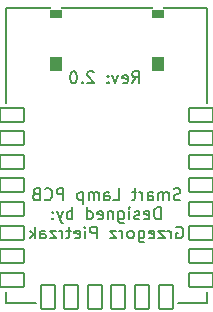
<source format=gbo>
G04 #@! TF.GenerationSoftware,KiCad,Pcbnew,7.0.1-0*
G04 #@! TF.CreationDate,2024-01-29T00:44:29+01:00*
G04 #@! TF.ProjectId,Smart_Lamps,536d6172-745f-44c6-916d-70732e6b6963,rev?*
G04 #@! TF.SameCoordinates,Original*
G04 #@! TF.FileFunction,Legend,Bot*
G04 #@! TF.FilePolarity,Positive*
%FSLAX46Y46*%
G04 Gerber Fmt 4.6, Leading zero omitted, Abs format (unit mm)*
G04 Created by KiCad (PCBNEW 7.0.1-0) date 2024-01-29 00:44:29*
%MOMM*%
%LPD*%
G01*
G04 APERTURE LIST*
G04 Aperture macros list*
%AMRoundRect*
0 Rectangle with rounded corners*
0 $1 Rounding radius*
0 $2 $3 $4 $5 $6 $7 $8 $9 X,Y pos of 4 corners*
0 Add a 4 corners polygon primitive as box body*
4,1,4,$2,$3,$4,$5,$6,$7,$8,$9,$2,$3,0*
0 Add four circle primitives for the rounded corners*
1,1,$1+$1,$2,$3*
1,1,$1+$1,$4,$5*
1,1,$1+$1,$6,$7*
1,1,$1+$1,$8,$9*
0 Add four rect primitives between the rounded corners*
20,1,$1+$1,$2,$3,$4,$5,0*
20,1,$1+$1,$4,$5,$6,$7,0*
20,1,$1+$1,$6,$7,$8,$9,0*
20,1,$1+$1,$8,$9,$2,$3,0*%
G04 Aperture macros list end*
%ADD10C,0.150000*%
%ADD11C,0.200000*%
%ADD12C,3.600000*%
%ADD13C,0.670000*%
%ADD14RoundRect,0.500000X0.000000X0.600000X0.000000X0.600000X0.000000X-0.600000X0.000000X-0.600000X0*%
%ADD15RoundRect,0.500000X0.000000X0.300000X0.000000X0.300000X0.000000X-0.300000X0.000000X-0.300000X0*%
%ADD16RoundRect,0.102000X1.000000X0.600000X-1.000000X0.600000X-1.000000X-0.600000X1.000000X-0.600000X0*%
%ADD17RoundRect,0.102000X0.600000X-1.000000X0.600000X1.000000X-0.600000X1.000000X-0.600000X-1.000000X0*%
G04 APERTURE END LIST*
D10*
X140359523Y-108227619D02*
X140692856Y-107751428D01*
X140930951Y-108227619D02*
X140930951Y-107227619D01*
X140930951Y-107227619D02*
X140549999Y-107227619D01*
X140549999Y-107227619D02*
X140454761Y-107275238D01*
X140454761Y-107275238D02*
X140407142Y-107322857D01*
X140407142Y-107322857D02*
X140359523Y-107418095D01*
X140359523Y-107418095D02*
X140359523Y-107560952D01*
X140359523Y-107560952D02*
X140407142Y-107656190D01*
X140407142Y-107656190D02*
X140454761Y-107703809D01*
X140454761Y-107703809D02*
X140549999Y-107751428D01*
X140549999Y-107751428D02*
X140930951Y-107751428D01*
X139549999Y-108180000D02*
X139645237Y-108227619D01*
X139645237Y-108227619D02*
X139835713Y-108227619D01*
X139835713Y-108227619D02*
X139930951Y-108180000D01*
X139930951Y-108180000D02*
X139978570Y-108084761D01*
X139978570Y-108084761D02*
X139978570Y-107703809D01*
X139978570Y-107703809D02*
X139930951Y-107608571D01*
X139930951Y-107608571D02*
X139835713Y-107560952D01*
X139835713Y-107560952D02*
X139645237Y-107560952D01*
X139645237Y-107560952D02*
X139549999Y-107608571D01*
X139549999Y-107608571D02*
X139502380Y-107703809D01*
X139502380Y-107703809D02*
X139502380Y-107799047D01*
X139502380Y-107799047D02*
X139978570Y-107894285D01*
X139169046Y-107560952D02*
X138930951Y-108227619D01*
X138930951Y-108227619D02*
X138692856Y-107560952D01*
X138311903Y-108132380D02*
X138264284Y-108180000D01*
X138264284Y-108180000D02*
X138311903Y-108227619D01*
X138311903Y-108227619D02*
X138359522Y-108180000D01*
X138359522Y-108180000D02*
X138311903Y-108132380D01*
X138311903Y-108132380D02*
X138311903Y-108227619D01*
X138311903Y-107608571D02*
X138264284Y-107656190D01*
X138264284Y-107656190D02*
X138311903Y-107703809D01*
X138311903Y-107703809D02*
X138359522Y-107656190D01*
X138359522Y-107656190D02*
X138311903Y-107608571D01*
X138311903Y-107608571D02*
X138311903Y-107703809D01*
X137121427Y-107322857D02*
X137073808Y-107275238D01*
X137073808Y-107275238D02*
X136978570Y-107227619D01*
X136978570Y-107227619D02*
X136740475Y-107227619D01*
X136740475Y-107227619D02*
X136645237Y-107275238D01*
X136645237Y-107275238D02*
X136597618Y-107322857D01*
X136597618Y-107322857D02*
X136549999Y-107418095D01*
X136549999Y-107418095D02*
X136549999Y-107513333D01*
X136549999Y-107513333D02*
X136597618Y-107656190D01*
X136597618Y-107656190D02*
X137169046Y-108227619D01*
X137169046Y-108227619D02*
X136549999Y-108227619D01*
X136121427Y-108132380D02*
X136073808Y-108180000D01*
X136073808Y-108180000D02*
X136121427Y-108227619D01*
X136121427Y-108227619D02*
X136169046Y-108180000D01*
X136169046Y-108180000D02*
X136121427Y-108132380D01*
X136121427Y-108132380D02*
X136121427Y-108227619D01*
X135454761Y-107227619D02*
X135359523Y-107227619D01*
X135359523Y-107227619D02*
X135264285Y-107275238D01*
X135264285Y-107275238D02*
X135216666Y-107322857D01*
X135216666Y-107322857D02*
X135169047Y-107418095D01*
X135169047Y-107418095D02*
X135121428Y-107608571D01*
X135121428Y-107608571D02*
X135121428Y-107846666D01*
X135121428Y-107846666D02*
X135169047Y-108037142D01*
X135169047Y-108037142D02*
X135216666Y-108132380D01*
X135216666Y-108132380D02*
X135264285Y-108180000D01*
X135264285Y-108180000D02*
X135359523Y-108227619D01*
X135359523Y-108227619D02*
X135454761Y-108227619D01*
X135454761Y-108227619D02*
X135549999Y-108180000D01*
X135549999Y-108180000D02*
X135597618Y-108132380D01*
X135597618Y-108132380D02*
X135645237Y-108037142D01*
X135645237Y-108037142D02*
X135692856Y-107846666D01*
X135692856Y-107846666D02*
X135692856Y-107608571D01*
X135692856Y-107608571D02*
X135645237Y-107418095D01*
X135645237Y-107418095D02*
X135597618Y-107322857D01*
X135597618Y-107322857D02*
X135549999Y-107275238D01*
X135549999Y-107275238D02*
X135454761Y-107227619D01*
X144438095Y-118090000D02*
X144295238Y-118137619D01*
X144295238Y-118137619D02*
X144057143Y-118137619D01*
X144057143Y-118137619D02*
X143961905Y-118090000D01*
X143961905Y-118090000D02*
X143914286Y-118042380D01*
X143914286Y-118042380D02*
X143866667Y-117947142D01*
X143866667Y-117947142D02*
X143866667Y-117851904D01*
X143866667Y-117851904D02*
X143914286Y-117756666D01*
X143914286Y-117756666D02*
X143961905Y-117709047D01*
X143961905Y-117709047D02*
X144057143Y-117661428D01*
X144057143Y-117661428D02*
X144247619Y-117613809D01*
X144247619Y-117613809D02*
X144342857Y-117566190D01*
X144342857Y-117566190D02*
X144390476Y-117518571D01*
X144390476Y-117518571D02*
X144438095Y-117423333D01*
X144438095Y-117423333D02*
X144438095Y-117328095D01*
X144438095Y-117328095D02*
X144390476Y-117232857D01*
X144390476Y-117232857D02*
X144342857Y-117185238D01*
X144342857Y-117185238D02*
X144247619Y-117137619D01*
X144247619Y-117137619D02*
X144009524Y-117137619D01*
X144009524Y-117137619D02*
X143866667Y-117185238D01*
X143438095Y-118137619D02*
X143438095Y-117470952D01*
X143438095Y-117566190D02*
X143390476Y-117518571D01*
X143390476Y-117518571D02*
X143295238Y-117470952D01*
X143295238Y-117470952D02*
X143152381Y-117470952D01*
X143152381Y-117470952D02*
X143057143Y-117518571D01*
X143057143Y-117518571D02*
X143009524Y-117613809D01*
X143009524Y-117613809D02*
X143009524Y-118137619D01*
X143009524Y-117613809D02*
X142961905Y-117518571D01*
X142961905Y-117518571D02*
X142866667Y-117470952D01*
X142866667Y-117470952D02*
X142723810Y-117470952D01*
X142723810Y-117470952D02*
X142628571Y-117518571D01*
X142628571Y-117518571D02*
X142580952Y-117613809D01*
X142580952Y-117613809D02*
X142580952Y-118137619D01*
X141676191Y-118137619D02*
X141676191Y-117613809D01*
X141676191Y-117613809D02*
X141723810Y-117518571D01*
X141723810Y-117518571D02*
X141819048Y-117470952D01*
X141819048Y-117470952D02*
X142009524Y-117470952D01*
X142009524Y-117470952D02*
X142104762Y-117518571D01*
X141676191Y-118090000D02*
X141771429Y-118137619D01*
X141771429Y-118137619D02*
X142009524Y-118137619D01*
X142009524Y-118137619D02*
X142104762Y-118090000D01*
X142104762Y-118090000D02*
X142152381Y-117994761D01*
X142152381Y-117994761D02*
X142152381Y-117899523D01*
X142152381Y-117899523D02*
X142104762Y-117804285D01*
X142104762Y-117804285D02*
X142009524Y-117756666D01*
X142009524Y-117756666D02*
X141771429Y-117756666D01*
X141771429Y-117756666D02*
X141676191Y-117709047D01*
X141200000Y-118137619D02*
X141200000Y-117470952D01*
X141200000Y-117661428D02*
X141152381Y-117566190D01*
X141152381Y-117566190D02*
X141104762Y-117518571D01*
X141104762Y-117518571D02*
X141009524Y-117470952D01*
X141009524Y-117470952D02*
X140914286Y-117470952D01*
X140723809Y-117470952D02*
X140342857Y-117470952D01*
X140580952Y-117137619D02*
X140580952Y-117994761D01*
X140580952Y-117994761D02*
X140533333Y-118090000D01*
X140533333Y-118090000D02*
X140438095Y-118137619D01*
X140438095Y-118137619D02*
X140342857Y-118137619D01*
X138771428Y-118137619D02*
X139247618Y-118137619D01*
X139247618Y-118137619D02*
X139247618Y-117137619D01*
X138009523Y-118137619D02*
X138009523Y-117613809D01*
X138009523Y-117613809D02*
X138057142Y-117518571D01*
X138057142Y-117518571D02*
X138152380Y-117470952D01*
X138152380Y-117470952D02*
X138342856Y-117470952D01*
X138342856Y-117470952D02*
X138438094Y-117518571D01*
X138009523Y-118090000D02*
X138104761Y-118137619D01*
X138104761Y-118137619D02*
X138342856Y-118137619D01*
X138342856Y-118137619D02*
X138438094Y-118090000D01*
X138438094Y-118090000D02*
X138485713Y-117994761D01*
X138485713Y-117994761D02*
X138485713Y-117899523D01*
X138485713Y-117899523D02*
X138438094Y-117804285D01*
X138438094Y-117804285D02*
X138342856Y-117756666D01*
X138342856Y-117756666D02*
X138104761Y-117756666D01*
X138104761Y-117756666D02*
X138009523Y-117709047D01*
X137533332Y-118137619D02*
X137533332Y-117470952D01*
X137533332Y-117566190D02*
X137485713Y-117518571D01*
X137485713Y-117518571D02*
X137390475Y-117470952D01*
X137390475Y-117470952D02*
X137247618Y-117470952D01*
X137247618Y-117470952D02*
X137152380Y-117518571D01*
X137152380Y-117518571D02*
X137104761Y-117613809D01*
X137104761Y-117613809D02*
X137104761Y-118137619D01*
X137104761Y-117613809D02*
X137057142Y-117518571D01*
X137057142Y-117518571D02*
X136961904Y-117470952D01*
X136961904Y-117470952D02*
X136819047Y-117470952D01*
X136819047Y-117470952D02*
X136723808Y-117518571D01*
X136723808Y-117518571D02*
X136676189Y-117613809D01*
X136676189Y-117613809D02*
X136676189Y-118137619D01*
X136199999Y-117470952D02*
X136199999Y-118470952D01*
X136199999Y-117518571D02*
X136104761Y-117470952D01*
X136104761Y-117470952D02*
X135914285Y-117470952D01*
X135914285Y-117470952D02*
X135819047Y-117518571D01*
X135819047Y-117518571D02*
X135771428Y-117566190D01*
X135771428Y-117566190D02*
X135723809Y-117661428D01*
X135723809Y-117661428D02*
X135723809Y-117947142D01*
X135723809Y-117947142D02*
X135771428Y-118042380D01*
X135771428Y-118042380D02*
X135819047Y-118090000D01*
X135819047Y-118090000D02*
X135914285Y-118137619D01*
X135914285Y-118137619D02*
X136104761Y-118137619D01*
X136104761Y-118137619D02*
X136199999Y-118090000D01*
X134533332Y-118137619D02*
X134533332Y-117137619D01*
X134533332Y-117137619D02*
X134152380Y-117137619D01*
X134152380Y-117137619D02*
X134057142Y-117185238D01*
X134057142Y-117185238D02*
X134009523Y-117232857D01*
X134009523Y-117232857D02*
X133961904Y-117328095D01*
X133961904Y-117328095D02*
X133961904Y-117470952D01*
X133961904Y-117470952D02*
X134009523Y-117566190D01*
X134009523Y-117566190D02*
X134057142Y-117613809D01*
X134057142Y-117613809D02*
X134152380Y-117661428D01*
X134152380Y-117661428D02*
X134533332Y-117661428D01*
X132961904Y-118042380D02*
X133009523Y-118090000D01*
X133009523Y-118090000D02*
X133152380Y-118137619D01*
X133152380Y-118137619D02*
X133247618Y-118137619D01*
X133247618Y-118137619D02*
X133390475Y-118090000D01*
X133390475Y-118090000D02*
X133485713Y-117994761D01*
X133485713Y-117994761D02*
X133533332Y-117899523D01*
X133533332Y-117899523D02*
X133580951Y-117709047D01*
X133580951Y-117709047D02*
X133580951Y-117566190D01*
X133580951Y-117566190D02*
X133533332Y-117375714D01*
X133533332Y-117375714D02*
X133485713Y-117280476D01*
X133485713Y-117280476D02*
X133390475Y-117185238D01*
X133390475Y-117185238D02*
X133247618Y-117137619D01*
X133247618Y-117137619D02*
X133152380Y-117137619D01*
X133152380Y-117137619D02*
X133009523Y-117185238D01*
X133009523Y-117185238D02*
X132961904Y-117232857D01*
X132199999Y-117613809D02*
X132057142Y-117661428D01*
X132057142Y-117661428D02*
X132009523Y-117709047D01*
X132009523Y-117709047D02*
X131961904Y-117804285D01*
X131961904Y-117804285D02*
X131961904Y-117947142D01*
X131961904Y-117947142D02*
X132009523Y-118042380D01*
X132009523Y-118042380D02*
X132057142Y-118090000D01*
X132057142Y-118090000D02*
X132152380Y-118137619D01*
X132152380Y-118137619D02*
X132533332Y-118137619D01*
X132533332Y-118137619D02*
X132533332Y-117137619D01*
X132533332Y-117137619D02*
X132199999Y-117137619D01*
X132199999Y-117137619D02*
X132104761Y-117185238D01*
X132104761Y-117185238D02*
X132057142Y-117232857D01*
X132057142Y-117232857D02*
X132009523Y-117328095D01*
X132009523Y-117328095D02*
X132009523Y-117423333D01*
X132009523Y-117423333D02*
X132057142Y-117518571D01*
X132057142Y-117518571D02*
X132104761Y-117566190D01*
X132104761Y-117566190D02*
X132199999Y-117613809D01*
X132199999Y-117613809D02*
X132533332Y-117613809D01*
X142771428Y-119757619D02*
X142771428Y-118757619D01*
X142771428Y-118757619D02*
X142533333Y-118757619D01*
X142533333Y-118757619D02*
X142390476Y-118805238D01*
X142390476Y-118805238D02*
X142295238Y-118900476D01*
X142295238Y-118900476D02*
X142247619Y-118995714D01*
X142247619Y-118995714D02*
X142200000Y-119186190D01*
X142200000Y-119186190D02*
X142200000Y-119329047D01*
X142200000Y-119329047D02*
X142247619Y-119519523D01*
X142247619Y-119519523D02*
X142295238Y-119614761D01*
X142295238Y-119614761D02*
X142390476Y-119710000D01*
X142390476Y-119710000D02*
X142533333Y-119757619D01*
X142533333Y-119757619D02*
X142771428Y-119757619D01*
X141390476Y-119710000D02*
X141485714Y-119757619D01*
X141485714Y-119757619D02*
X141676190Y-119757619D01*
X141676190Y-119757619D02*
X141771428Y-119710000D01*
X141771428Y-119710000D02*
X141819047Y-119614761D01*
X141819047Y-119614761D02*
X141819047Y-119233809D01*
X141819047Y-119233809D02*
X141771428Y-119138571D01*
X141771428Y-119138571D02*
X141676190Y-119090952D01*
X141676190Y-119090952D02*
X141485714Y-119090952D01*
X141485714Y-119090952D02*
X141390476Y-119138571D01*
X141390476Y-119138571D02*
X141342857Y-119233809D01*
X141342857Y-119233809D02*
X141342857Y-119329047D01*
X141342857Y-119329047D02*
X141819047Y-119424285D01*
X140961904Y-119710000D02*
X140866666Y-119757619D01*
X140866666Y-119757619D02*
X140676190Y-119757619D01*
X140676190Y-119757619D02*
X140580952Y-119710000D01*
X140580952Y-119710000D02*
X140533333Y-119614761D01*
X140533333Y-119614761D02*
X140533333Y-119567142D01*
X140533333Y-119567142D02*
X140580952Y-119471904D01*
X140580952Y-119471904D02*
X140676190Y-119424285D01*
X140676190Y-119424285D02*
X140819047Y-119424285D01*
X140819047Y-119424285D02*
X140914285Y-119376666D01*
X140914285Y-119376666D02*
X140961904Y-119281428D01*
X140961904Y-119281428D02*
X140961904Y-119233809D01*
X140961904Y-119233809D02*
X140914285Y-119138571D01*
X140914285Y-119138571D02*
X140819047Y-119090952D01*
X140819047Y-119090952D02*
X140676190Y-119090952D01*
X140676190Y-119090952D02*
X140580952Y-119138571D01*
X140104761Y-119757619D02*
X140104761Y-119090952D01*
X140104761Y-118757619D02*
X140152380Y-118805238D01*
X140152380Y-118805238D02*
X140104761Y-118852857D01*
X140104761Y-118852857D02*
X140057142Y-118805238D01*
X140057142Y-118805238D02*
X140104761Y-118757619D01*
X140104761Y-118757619D02*
X140104761Y-118852857D01*
X139200000Y-119090952D02*
X139200000Y-119900476D01*
X139200000Y-119900476D02*
X139247619Y-119995714D01*
X139247619Y-119995714D02*
X139295238Y-120043333D01*
X139295238Y-120043333D02*
X139390476Y-120090952D01*
X139390476Y-120090952D02*
X139533333Y-120090952D01*
X139533333Y-120090952D02*
X139628571Y-120043333D01*
X139200000Y-119710000D02*
X139295238Y-119757619D01*
X139295238Y-119757619D02*
X139485714Y-119757619D01*
X139485714Y-119757619D02*
X139580952Y-119710000D01*
X139580952Y-119710000D02*
X139628571Y-119662380D01*
X139628571Y-119662380D02*
X139676190Y-119567142D01*
X139676190Y-119567142D02*
X139676190Y-119281428D01*
X139676190Y-119281428D02*
X139628571Y-119186190D01*
X139628571Y-119186190D02*
X139580952Y-119138571D01*
X139580952Y-119138571D02*
X139485714Y-119090952D01*
X139485714Y-119090952D02*
X139295238Y-119090952D01*
X139295238Y-119090952D02*
X139200000Y-119138571D01*
X138723809Y-119090952D02*
X138723809Y-119757619D01*
X138723809Y-119186190D02*
X138676190Y-119138571D01*
X138676190Y-119138571D02*
X138580952Y-119090952D01*
X138580952Y-119090952D02*
X138438095Y-119090952D01*
X138438095Y-119090952D02*
X138342857Y-119138571D01*
X138342857Y-119138571D02*
X138295238Y-119233809D01*
X138295238Y-119233809D02*
X138295238Y-119757619D01*
X137438095Y-119710000D02*
X137533333Y-119757619D01*
X137533333Y-119757619D02*
X137723809Y-119757619D01*
X137723809Y-119757619D02*
X137819047Y-119710000D01*
X137819047Y-119710000D02*
X137866666Y-119614761D01*
X137866666Y-119614761D02*
X137866666Y-119233809D01*
X137866666Y-119233809D02*
X137819047Y-119138571D01*
X137819047Y-119138571D02*
X137723809Y-119090952D01*
X137723809Y-119090952D02*
X137533333Y-119090952D01*
X137533333Y-119090952D02*
X137438095Y-119138571D01*
X137438095Y-119138571D02*
X137390476Y-119233809D01*
X137390476Y-119233809D02*
X137390476Y-119329047D01*
X137390476Y-119329047D02*
X137866666Y-119424285D01*
X136533333Y-119757619D02*
X136533333Y-118757619D01*
X136533333Y-119710000D02*
X136628571Y-119757619D01*
X136628571Y-119757619D02*
X136819047Y-119757619D01*
X136819047Y-119757619D02*
X136914285Y-119710000D01*
X136914285Y-119710000D02*
X136961904Y-119662380D01*
X136961904Y-119662380D02*
X137009523Y-119567142D01*
X137009523Y-119567142D02*
X137009523Y-119281428D01*
X137009523Y-119281428D02*
X136961904Y-119186190D01*
X136961904Y-119186190D02*
X136914285Y-119138571D01*
X136914285Y-119138571D02*
X136819047Y-119090952D01*
X136819047Y-119090952D02*
X136628571Y-119090952D01*
X136628571Y-119090952D02*
X136533333Y-119138571D01*
X135295237Y-119757619D02*
X135295237Y-118757619D01*
X135295237Y-119138571D02*
X135199999Y-119090952D01*
X135199999Y-119090952D02*
X135009523Y-119090952D01*
X135009523Y-119090952D02*
X134914285Y-119138571D01*
X134914285Y-119138571D02*
X134866666Y-119186190D01*
X134866666Y-119186190D02*
X134819047Y-119281428D01*
X134819047Y-119281428D02*
X134819047Y-119567142D01*
X134819047Y-119567142D02*
X134866666Y-119662380D01*
X134866666Y-119662380D02*
X134914285Y-119710000D01*
X134914285Y-119710000D02*
X135009523Y-119757619D01*
X135009523Y-119757619D02*
X135199999Y-119757619D01*
X135199999Y-119757619D02*
X135295237Y-119710000D01*
X134485713Y-119090952D02*
X134247618Y-119757619D01*
X134009523Y-119090952D02*
X134247618Y-119757619D01*
X134247618Y-119757619D02*
X134342856Y-119995714D01*
X134342856Y-119995714D02*
X134390475Y-120043333D01*
X134390475Y-120043333D02*
X134485713Y-120090952D01*
X133628570Y-119662380D02*
X133580951Y-119710000D01*
X133580951Y-119710000D02*
X133628570Y-119757619D01*
X133628570Y-119757619D02*
X133676189Y-119710000D01*
X133676189Y-119710000D02*
X133628570Y-119662380D01*
X133628570Y-119662380D02*
X133628570Y-119757619D01*
X133628570Y-119138571D02*
X133580951Y-119186190D01*
X133580951Y-119186190D02*
X133628570Y-119233809D01*
X133628570Y-119233809D02*
X133676189Y-119186190D01*
X133676189Y-119186190D02*
X133628570Y-119138571D01*
X133628570Y-119138571D02*
X133628570Y-119233809D01*
X144104763Y-120425238D02*
X144200001Y-120377619D01*
X144200001Y-120377619D02*
X144342858Y-120377619D01*
X144342858Y-120377619D02*
X144485715Y-120425238D01*
X144485715Y-120425238D02*
X144580953Y-120520476D01*
X144580953Y-120520476D02*
X144628572Y-120615714D01*
X144628572Y-120615714D02*
X144676191Y-120806190D01*
X144676191Y-120806190D02*
X144676191Y-120949047D01*
X144676191Y-120949047D02*
X144628572Y-121139523D01*
X144628572Y-121139523D02*
X144580953Y-121234761D01*
X144580953Y-121234761D02*
X144485715Y-121330000D01*
X144485715Y-121330000D02*
X144342858Y-121377619D01*
X144342858Y-121377619D02*
X144247620Y-121377619D01*
X144247620Y-121377619D02*
X144104763Y-121330000D01*
X144104763Y-121330000D02*
X144057144Y-121282380D01*
X144057144Y-121282380D02*
X144057144Y-120949047D01*
X144057144Y-120949047D02*
X144247620Y-120949047D01*
X143628572Y-121377619D02*
X143628572Y-120710952D01*
X143628572Y-120901428D02*
X143580953Y-120806190D01*
X143580953Y-120806190D02*
X143533334Y-120758571D01*
X143533334Y-120758571D02*
X143438096Y-120710952D01*
X143438096Y-120710952D02*
X143342858Y-120710952D01*
X143104762Y-120710952D02*
X142580953Y-120710952D01*
X142580953Y-120710952D02*
X143104762Y-121377619D01*
X143104762Y-121377619D02*
X142580953Y-121377619D01*
X141819048Y-121330000D02*
X141914286Y-121377619D01*
X141914286Y-121377619D02*
X142104762Y-121377619D01*
X142104762Y-121377619D02*
X142200000Y-121330000D01*
X142200000Y-121330000D02*
X142247619Y-121234761D01*
X142247619Y-121234761D02*
X142247619Y-120853809D01*
X142247619Y-120853809D02*
X142200000Y-120758571D01*
X142200000Y-120758571D02*
X142104762Y-120710952D01*
X142104762Y-120710952D02*
X141914286Y-120710952D01*
X141914286Y-120710952D02*
X141819048Y-120758571D01*
X141819048Y-120758571D02*
X141771429Y-120853809D01*
X141771429Y-120853809D02*
X141771429Y-120949047D01*
X141771429Y-120949047D02*
X142247619Y-121044285D01*
X140914286Y-120710952D02*
X140914286Y-121520476D01*
X140914286Y-121520476D02*
X140961905Y-121615714D01*
X140961905Y-121615714D02*
X141009524Y-121663333D01*
X141009524Y-121663333D02*
X141104762Y-121710952D01*
X141104762Y-121710952D02*
X141247619Y-121710952D01*
X141247619Y-121710952D02*
X141342857Y-121663333D01*
X140914286Y-121330000D02*
X141009524Y-121377619D01*
X141009524Y-121377619D02*
X141200000Y-121377619D01*
X141200000Y-121377619D02*
X141295238Y-121330000D01*
X141295238Y-121330000D02*
X141342857Y-121282380D01*
X141342857Y-121282380D02*
X141390476Y-121187142D01*
X141390476Y-121187142D02*
X141390476Y-120901428D01*
X141390476Y-120901428D02*
X141342857Y-120806190D01*
X141342857Y-120806190D02*
X141295238Y-120758571D01*
X141295238Y-120758571D02*
X141200000Y-120710952D01*
X141200000Y-120710952D02*
X141009524Y-120710952D01*
X141009524Y-120710952D02*
X140914286Y-120758571D01*
X140295238Y-121377619D02*
X140390476Y-121330000D01*
X140390476Y-121330000D02*
X140438095Y-121282380D01*
X140438095Y-121282380D02*
X140485714Y-121187142D01*
X140485714Y-121187142D02*
X140485714Y-120901428D01*
X140485714Y-120901428D02*
X140438095Y-120806190D01*
X140438095Y-120806190D02*
X140390476Y-120758571D01*
X140390476Y-120758571D02*
X140295238Y-120710952D01*
X140295238Y-120710952D02*
X140152381Y-120710952D01*
X140152381Y-120710952D02*
X140057143Y-120758571D01*
X140057143Y-120758571D02*
X140009524Y-120806190D01*
X140009524Y-120806190D02*
X139961905Y-120901428D01*
X139961905Y-120901428D02*
X139961905Y-121187142D01*
X139961905Y-121187142D02*
X140009524Y-121282380D01*
X140009524Y-121282380D02*
X140057143Y-121330000D01*
X140057143Y-121330000D02*
X140152381Y-121377619D01*
X140152381Y-121377619D02*
X140295238Y-121377619D01*
X139533333Y-121377619D02*
X139533333Y-120710952D01*
X139533333Y-120901428D02*
X139485714Y-120806190D01*
X139485714Y-120806190D02*
X139438095Y-120758571D01*
X139438095Y-120758571D02*
X139342857Y-120710952D01*
X139342857Y-120710952D02*
X139247619Y-120710952D01*
X139009523Y-120710952D02*
X138485714Y-120710952D01*
X138485714Y-120710952D02*
X139009523Y-121377619D01*
X139009523Y-121377619D02*
X138485714Y-121377619D01*
X137342856Y-121377619D02*
X137342856Y-120377619D01*
X137342856Y-120377619D02*
X136961904Y-120377619D01*
X136961904Y-120377619D02*
X136866666Y-120425238D01*
X136866666Y-120425238D02*
X136819047Y-120472857D01*
X136819047Y-120472857D02*
X136771428Y-120568095D01*
X136771428Y-120568095D02*
X136771428Y-120710952D01*
X136771428Y-120710952D02*
X136819047Y-120806190D01*
X136819047Y-120806190D02*
X136866666Y-120853809D01*
X136866666Y-120853809D02*
X136961904Y-120901428D01*
X136961904Y-120901428D02*
X137342856Y-120901428D01*
X136342856Y-121377619D02*
X136342856Y-120710952D01*
X136342856Y-120377619D02*
X136390475Y-120425238D01*
X136390475Y-120425238D02*
X136342856Y-120472857D01*
X136342856Y-120472857D02*
X136295237Y-120425238D01*
X136295237Y-120425238D02*
X136342856Y-120377619D01*
X136342856Y-120377619D02*
X136342856Y-120472857D01*
X135485714Y-121330000D02*
X135580952Y-121377619D01*
X135580952Y-121377619D02*
X135771428Y-121377619D01*
X135771428Y-121377619D02*
X135866666Y-121330000D01*
X135866666Y-121330000D02*
X135914285Y-121234761D01*
X135914285Y-121234761D02*
X135914285Y-120853809D01*
X135914285Y-120853809D02*
X135866666Y-120758571D01*
X135866666Y-120758571D02*
X135771428Y-120710952D01*
X135771428Y-120710952D02*
X135580952Y-120710952D01*
X135580952Y-120710952D02*
X135485714Y-120758571D01*
X135485714Y-120758571D02*
X135438095Y-120853809D01*
X135438095Y-120853809D02*
X135438095Y-120949047D01*
X135438095Y-120949047D02*
X135914285Y-121044285D01*
X135152380Y-120710952D02*
X134771428Y-120710952D01*
X135009523Y-120377619D02*
X135009523Y-121234761D01*
X135009523Y-121234761D02*
X134961904Y-121330000D01*
X134961904Y-121330000D02*
X134866666Y-121377619D01*
X134866666Y-121377619D02*
X134771428Y-121377619D01*
X134438094Y-121377619D02*
X134438094Y-120710952D01*
X134438094Y-120901428D02*
X134390475Y-120806190D01*
X134390475Y-120806190D02*
X134342856Y-120758571D01*
X134342856Y-120758571D02*
X134247618Y-120710952D01*
X134247618Y-120710952D02*
X134152380Y-120710952D01*
X133914284Y-120710952D02*
X133390475Y-120710952D01*
X133390475Y-120710952D02*
X133914284Y-121377619D01*
X133914284Y-121377619D02*
X133390475Y-121377619D01*
X132580951Y-121377619D02*
X132580951Y-120853809D01*
X132580951Y-120853809D02*
X132628570Y-120758571D01*
X132628570Y-120758571D02*
X132723808Y-120710952D01*
X132723808Y-120710952D02*
X132914284Y-120710952D01*
X132914284Y-120710952D02*
X133009522Y-120758571D01*
X132580951Y-121330000D02*
X132676189Y-121377619D01*
X132676189Y-121377619D02*
X132914284Y-121377619D01*
X132914284Y-121377619D02*
X133009522Y-121330000D01*
X133009522Y-121330000D02*
X133057141Y-121234761D01*
X133057141Y-121234761D02*
X133057141Y-121139523D01*
X133057141Y-121139523D02*
X133009522Y-121044285D01*
X133009522Y-121044285D02*
X132914284Y-120996666D01*
X132914284Y-120996666D02*
X132676189Y-120996666D01*
X132676189Y-120996666D02*
X132580951Y-120949047D01*
X132104760Y-121377619D02*
X132104760Y-120377619D01*
X132009522Y-120996666D02*
X131723808Y-121377619D01*
X131723808Y-120710952D02*
X132104760Y-121091904D01*
D11*
X146700000Y-126880000D02*
X144200000Y-126880000D01*
X146700000Y-125880000D02*
X146700000Y-126880000D01*
X146700000Y-101880000D02*
X146700000Y-109880000D01*
X146700000Y-101880000D02*
X129700000Y-101880000D01*
X129700000Y-126880000D02*
X132200000Y-126880000D01*
X129700000Y-126880000D02*
X129700000Y-125880000D01*
X129700000Y-101880000D02*
X129700000Y-109880000D01*
%LPC*%
D12*
X150300000Y-124900000D03*
X126100000Y-124900000D03*
X126100000Y-104100000D03*
D13*
X141100000Y-106050000D03*
X135300000Y-106050000D03*
D14*
X142520000Y-106580000D03*
D15*
X142520000Y-102400000D03*
D14*
X133880000Y-106580000D03*
D15*
X133880000Y-102400000D03*
D12*
X150300000Y-104100000D03*
D16*
X146200000Y-110900000D03*
X146200000Y-112900000D03*
X146200000Y-114900000D03*
X146200000Y-116900000D03*
X146200000Y-118900000D03*
X146200000Y-120900000D03*
X146200000Y-122900000D03*
X146200000Y-124900000D03*
D17*
X143200000Y-126380000D03*
X141200000Y-126380000D03*
X139200000Y-126380000D03*
X137200000Y-126380000D03*
X135200000Y-126380000D03*
X133200000Y-126380000D03*
D16*
X130200000Y-124900000D03*
X130200000Y-122900000D03*
X130200000Y-120900000D03*
X130200000Y-118900000D03*
X130200000Y-116900000D03*
X130200000Y-114900000D03*
X130200000Y-112900000D03*
X130200000Y-110900000D03*
M02*

</source>
